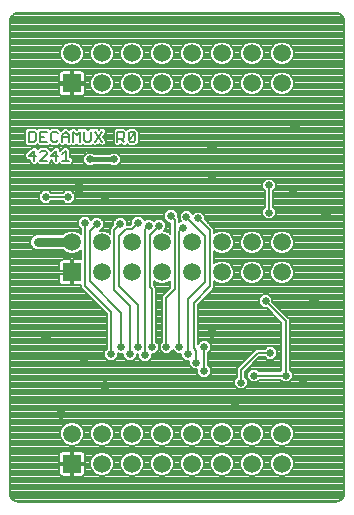
<source format=gtl>
G75*
%MOIN*%
%OFA0B0*%
%FSLAX24Y24*%
%IPPOS*%
%LPD*%
%AMOC8*
5,1,8,0,0,1.08239X$1,22.5*
%
%ADD10C,0.0060*%
%ADD11R,0.0591X0.0591*%
%ADD12C,0.0591*%
%ADD13C,0.0079*%
%ADD14C,0.0337*%
%ADD15C,0.0258*%
%ADD16C,0.0157*%
%ADD17C,0.0315*%
D10*
X001110Y012883D02*
X001110Y013223D01*
X000939Y013053D01*
X001166Y013053D01*
X001308Y013167D02*
X001364Y013223D01*
X001478Y013223D01*
X001535Y013167D01*
X001535Y013110D01*
X001308Y012883D01*
X001535Y012883D01*
X001676Y013053D02*
X001903Y013053D01*
X002044Y013110D02*
X002158Y013223D01*
X002158Y012883D01*
X002271Y012883D02*
X002044Y012883D01*
X001846Y012883D02*
X001846Y013223D01*
X001676Y013053D01*
X001733Y013513D02*
X001846Y013513D01*
X001903Y013570D01*
X002044Y013513D02*
X002044Y013740D01*
X002158Y013853D01*
X002271Y013740D01*
X002271Y013513D01*
X002413Y013513D02*
X002413Y013853D01*
X002526Y013740D01*
X002640Y013853D01*
X002640Y013513D01*
X002781Y013570D02*
X002838Y013513D01*
X002951Y013513D01*
X003008Y013570D01*
X003008Y013853D01*
X003149Y013853D02*
X003376Y013513D01*
X003149Y013513D02*
X003376Y013853D01*
X003886Y013853D02*
X003886Y013513D01*
X003886Y013626D02*
X004056Y013626D01*
X004113Y013683D01*
X004113Y013797D01*
X004056Y013853D01*
X003886Y013853D01*
X003999Y013626D02*
X004113Y013513D01*
X004254Y013570D02*
X004481Y013797D01*
X004481Y013570D01*
X004424Y013513D01*
X004311Y013513D01*
X004254Y013570D01*
X004254Y013797D01*
X004311Y013853D01*
X004424Y013853D01*
X004481Y013797D01*
X002781Y013853D02*
X002781Y013570D01*
X002271Y013683D02*
X002044Y013683D01*
X001903Y013797D02*
X001846Y013853D01*
X001733Y013853D01*
X001676Y013797D01*
X001676Y013570D01*
X001733Y013513D01*
X001535Y013513D02*
X001308Y013513D01*
X001308Y013853D01*
X001535Y013853D01*
X001421Y013683D02*
X001308Y013683D01*
X001166Y013570D02*
X001166Y013797D01*
X001110Y013853D01*
X000939Y013853D01*
X000939Y013513D01*
X001110Y013513D01*
X001166Y013570D01*
D11*
X002370Y015463D03*
X002370Y009164D03*
X002370Y002786D03*
D12*
X002370Y003786D03*
X003370Y003786D03*
X003370Y002786D03*
X004370Y002786D03*
X004370Y003786D03*
X005370Y003786D03*
X005370Y002786D03*
X006370Y002786D03*
X006370Y003786D03*
X007370Y003786D03*
X007370Y002786D03*
X008370Y002786D03*
X008370Y003786D03*
X009370Y003786D03*
X009370Y002786D03*
X009370Y009164D03*
X009370Y010164D03*
X008370Y010164D03*
X008370Y009164D03*
X007370Y009164D03*
X007370Y010164D03*
X006370Y010164D03*
X006370Y009164D03*
X005370Y009164D03*
X005370Y010164D03*
X004370Y010164D03*
X004370Y009164D03*
X003370Y009164D03*
X003370Y010164D03*
X002370Y010164D03*
X003370Y015463D03*
X003370Y016463D03*
X002370Y016463D03*
X004370Y016463D03*
X004370Y015463D03*
X005370Y015463D03*
X005370Y016463D03*
X006370Y016463D03*
X006370Y015463D03*
X007370Y015463D03*
X007370Y016463D03*
X008370Y016463D03*
X008370Y015463D03*
X009370Y015463D03*
X009370Y016463D03*
D13*
X000504Y001531D02*
X000409Y001571D01*
X000336Y001644D01*
X000296Y001739D01*
X000291Y001790D01*
X000291Y017538D01*
X000296Y017590D01*
X000336Y017685D01*
X000409Y017757D01*
X000504Y017797D01*
X000555Y017802D01*
X011185Y017802D01*
X011236Y017797D01*
X011332Y017757D01*
X011404Y017685D01*
X011444Y017590D01*
X011449Y017538D01*
X011449Y001790D01*
X011444Y001739D01*
X011404Y001644D01*
X011332Y001571D01*
X011236Y001531D01*
X011185Y001526D01*
X000555Y001526D01*
X000504Y001531D01*
X000457Y001551D02*
X011284Y001551D01*
X011389Y001628D02*
X000351Y001628D01*
X000310Y001705D02*
X011430Y001705D01*
X011448Y001783D02*
X000292Y001783D01*
X000291Y001860D02*
X011449Y001860D01*
X011449Y001937D02*
X000291Y001937D01*
X000291Y002014D02*
X011449Y002014D01*
X011449Y002092D02*
X000291Y002092D01*
X000291Y002169D02*
X011449Y002169D01*
X011449Y002246D02*
X000291Y002246D01*
X000291Y002323D02*
X011449Y002323D01*
X011449Y002401D02*
X009470Y002401D01*
X009449Y002392D02*
X009292Y002392D01*
X009147Y002452D01*
X009036Y002563D01*
X008975Y002708D01*
X008975Y002865D01*
X009036Y003010D01*
X009147Y003121D01*
X009292Y003181D01*
X009449Y003181D01*
X009594Y003121D01*
X009705Y003010D01*
X009765Y002865D01*
X009765Y002708D01*
X009705Y002563D01*
X009594Y002452D01*
X009449Y002392D01*
X009270Y002401D02*
X008470Y002401D01*
X008449Y002392D02*
X008594Y002452D01*
X008705Y002563D01*
X008765Y002708D01*
X008765Y002865D01*
X008705Y003010D01*
X008594Y003121D01*
X008449Y003181D01*
X008292Y003181D01*
X008147Y003121D01*
X008036Y003010D01*
X007975Y002865D01*
X007975Y002708D01*
X008036Y002563D01*
X008147Y002452D01*
X008292Y002392D01*
X008449Y002392D01*
X008620Y002478D02*
X009120Y002478D01*
X009043Y002555D02*
X008697Y002555D01*
X008733Y002632D02*
X009007Y002632D01*
X008975Y002710D02*
X008765Y002710D01*
X008765Y002787D02*
X008975Y002787D01*
X008975Y002864D02*
X008765Y002864D01*
X008733Y002941D02*
X009007Y002941D01*
X009044Y003018D02*
X008696Y003018D01*
X008619Y003096D02*
X009121Y003096D01*
X009273Y003173D02*
X008468Y003173D01*
X008449Y003392D02*
X008594Y003452D01*
X008705Y003563D01*
X008765Y003708D01*
X008765Y003865D01*
X008705Y004010D01*
X008594Y004121D01*
X008449Y004181D01*
X008292Y004181D01*
X008147Y004121D01*
X008036Y004010D01*
X007975Y003865D01*
X007975Y003708D01*
X008036Y003563D01*
X008147Y003452D01*
X008292Y003392D01*
X008449Y003392D01*
X008480Y003405D02*
X009260Y003405D01*
X009292Y003392D02*
X009449Y003392D01*
X009594Y003452D01*
X009705Y003563D01*
X009765Y003708D01*
X009765Y003865D01*
X009705Y004010D01*
X009594Y004121D01*
X009449Y004181D01*
X009292Y004181D01*
X009147Y004121D01*
X009036Y004010D01*
X008975Y003865D01*
X008975Y003708D01*
X009036Y003563D01*
X009147Y003452D01*
X009292Y003392D01*
X009480Y003405D02*
X011449Y003405D01*
X011449Y003482D02*
X009624Y003482D01*
X009701Y003559D02*
X011449Y003559D01*
X011449Y003636D02*
X009735Y003636D01*
X009765Y003714D02*
X011449Y003714D01*
X011449Y003791D02*
X009765Y003791D01*
X009763Y003868D02*
X011449Y003868D01*
X011449Y003945D02*
X009731Y003945D01*
X009692Y004023D02*
X011449Y004023D01*
X011449Y004100D02*
X009615Y004100D01*
X009458Y004177D02*
X011449Y004177D01*
X011449Y004254D02*
X000291Y004254D01*
X000291Y004177D02*
X002283Y004177D01*
X002292Y004181D02*
X002147Y004121D01*
X002036Y004010D01*
X001975Y003865D01*
X001975Y003708D01*
X002036Y003563D01*
X002147Y003452D01*
X002292Y003392D01*
X002449Y003392D01*
X002594Y003452D01*
X002705Y003563D01*
X002765Y003708D01*
X002765Y003865D01*
X002705Y004010D01*
X002594Y004121D01*
X002449Y004181D01*
X002292Y004181D01*
X002458Y004177D02*
X003283Y004177D01*
X003292Y004181D02*
X003147Y004121D01*
X003036Y004010D01*
X002975Y003865D01*
X002975Y003708D01*
X003036Y003563D01*
X003147Y003452D01*
X003292Y003392D01*
X003449Y003392D01*
X003594Y003452D01*
X003705Y003563D01*
X003765Y003708D01*
X003765Y003865D01*
X003705Y004010D01*
X003594Y004121D01*
X003449Y004181D01*
X003292Y004181D01*
X003458Y004177D02*
X004283Y004177D01*
X004292Y004181D02*
X004147Y004121D01*
X004036Y004010D01*
X003975Y003865D01*
X003975Y003708D01*
X004036Y003563D01*
X004147Y003452D01*
X004292Y003392D01*
X004449Y003392D01*
X004594Y003452D01*
X004705Y003563D01*
X004765Y003708D01*
X004765Y003865D01*
X004705Y004010D01*
X004594Y004121D01*
X004449Y004181D01*
X004292Y004181D01*
X004126Y004100D02*
X003615Y004100D01*
X003692Y004023D02*
X004048Y004023D01*
X004009Y003945D02*
X003731Y003945D01*
X003763Y003868D02*
X003977Y003868D01*
X003975Y003791D02*
X003765Y003791D01*
X003765Y003714D02*
X003975Y003714D01*
X004005Y003636D02*
X003735Y003636D01*
X003701Y003559D02*
X004039Y003559D01*
X004116Y003482D02*
X003624Y003482D01*
X003480Y003405D02*
X004260Y003405D01*
X004480Y003405D02*
X005260Y003405D01*
X005292Y003392D02*
X005449Y003392D01*
X005594Y003452D01*
X005705Y003563D01*
X005765Y003708D01*
X005765Y003865D01*
X005705Y004010D01*
X005594Y004121D01*
X005449Y004181D01*
X005292Y004181D01*
X005147Y004121D01*
X005036Y004010D01*
X004975Y003865D01*
X004975Y003708D01*
X005036Y003563D01*
X005147Y003452D01*
X005292Y003392D01*
X005480Y003405D02*
X006260Y003405D01*
X006292Y003392D02*
X006449Y003392D01*
X006594Y003452D01*
X006705Y003563D01*
X006765Y003708D01*
X006765Y003865D01*
X006705Y004010D01*
X006594Y004121D01*
X006449Y004181D01*
X006292Y004181D01*
X006147Y004121D01*
X006036Y004010D01*
X005975Y003865D01*
X005975Y003708D01*
X006036Y003563D01*
X006147Y003452D01*
X006292Y003392D01*
X006116Y003482D02*
X005624Y003482D01*
X005701Y003559D02*
X006039Y003559D01*
X006005Y003636D02*
X005735Y003636D01*
X005765Y003714D02*
X005975Y003714D01*
X005975Y003791D02*
X005765Y003791D01*
X005763Y003868D02*
X005977Y003868D01*
X006009Y003945D02*
X005731Y003945D01*
X005692Y004023D02*
X006048Y004023D01*
X006126Y004100D02*
X005615Y004100D01*
X005458Y004177D02*
X006283Y004177D01*
X006458Y004177D02*
X007283Y004177D01*
X007292Y004181D02*
X007147Y004121D01*
X007036Y004010D01*
X006975Y003865D01*
X006975Y003708D01*
X007036Y003563D01*
X007147Y003452D01*
X007292Y003392D01*
X007449Y003392D01*
X007594Y003452D01*
X007705Y003563D01*
X007765Y003708D01*
X007765Y003865D01*
X007705Y004010D01*
X007594Y004121D01*
X007449Y004181D01*
X007292Y004181D01*
X007458Y004177D02*
X008283Y004177D01*
X008126Y004100D02*
X007615Y004100D01*
X007692Y004023D02*
X008048Y004023D01*
X008009Y003945D02*
X007731Y003945D01*
X007763Y003868D02*
X007977Y003868D01*
X007975Y003791D02*
X007765Y003791D01*
X007765Y003714D02*
X007975Y003714D01*
X008005Y003636D02*
X007735Y003636D01*
X007701Y003559D02*
X008039Y003559D01*
X008116Y003482D02*
X007624Y003482D01*
X007480Y003405D02*
X008260Y003405D01*
X008273Y003173D02*
X007468Y003173D01*
X007449Y003181D02*
X007292Y003181D01*
X007147Y003121D01*
X007036Y003010D01*
X006975Y002865D01*
X006975Y002708D01*
X007036Y002563D01*
X007147Y002452D01*
X007292Y002392D01*
X007449Y002392D01*
X007594Y002452D01*
X007705Y002563D01*
X007765Y002708D01*
X007765Y002865D01*
X007705Y003010D01*
X007594Y003121D01*
X007449Y003181D01*
X007273Y003173D02*
X006468Y003173D01*
X006449Y003181D02*
X006292Y003181D01*
X006147Y003121D01*
X006036Y003010D01*
X005975Y002865D01*
X005975Y002708D01*
X006036Y002563D01*
X006147Y002452D01*
X006292Y002392D01*
X006449Y002392D01*
X006594Y002452D01*
X006705Y002563D01*
X006765Y002708D01*
X006765Y002865D01*
X006705Y003010D01*
X006594Y003121D01*
X006449Y003181D01*
X006619Y003096D02*
X007121Y003096D01*
X007044Y003018D02*
X006696Y003018D01*
X006733Y002941D02*
X007007Y002941D01*
X006975Y002864D02*
X006765Y002864D01*
X006765Y002787D02*
X006975Y002787D01*
X006975Y002710D02*
X006765Y002710D01*
X006733Y002632D02*
X007007Y002632D01*
X007043Y002555D02*
X006697Y002555D01*
X006620Y002478D02*
X007120Y002478D01*
X007270Y002401D02*
X006470Y002401D01*
X006270Y002401D02*
X005470Y002401D01*
X005449Y002392D02*
X005292Y002392D01*
X005147Y002452D01*
X005036Y002563D01*
X004975Y002708D01*
X004975Y002865D01*
X005036Y003010D01*
X005147Y003121D01*
X005292Y003181D01*
X005449Y003181D01*
X005594Y003121D01*
X005705Y003010D01*
X005765Y002865D01*
X005765Y002708D01*
X005705Y002563D01*
X005594Y002452D01*
X005449Y002392D01*
X005620Y002478D02*
X006120Y002478D01*
X006043Y002555D02*
X005697Y002555D01*
X005733Y002632D02*
X006007Y002632D01*
X005975Y002710D02*
X005765Y002710D01*
X005765Y002787D02*
X005975Y002787D01*
X005975Y002864D02*
X005765Y002864D01*
X005733Y002941D02*
X006007Y002941D01*
X006044Y003018D02*
X005696Y003018D01*
X005619Y003096D02*
X006121Y003096D01*
X006273Y003173D02*
X005468Y003173D01*
X005273Y003173D02*
X004468Y003173D01*
X004449Y003181D02*
X004292Y003181D01*
X004147Y003121D01*
X004036Y003010D01*
X003975Y002865D01*
X003975Y002708D01*
X004036Y002563D01*
X004147Y002452D01*
X004292Y002392D01*
X004449Y002392D01*
X004594Y002452D01*
X004705Y002563D01*
X004765Y002708D01*
X004765Y002865D01*
X004705Y003010D01*
X004594Y003121D01*
X004449Y003181D01*
X004273Y003173D02*
X003468Y003173D01*
X003449Y003181D02*
X003292Y003181D01*
X003147Y003121D01*
X003036Y003010D01*
X002975Y002865D01*
X002975Y002708D01*
X003036Y002563D01*
X003147Y002452D01*
X003292Y002392D01*
X003449Y002392D01*
X003594Y002452D01*
X003705Y002563D01*
X003765Y002708D01*
X003765Y002865D01*
X003705Y003010D01*
X003594Y003121D01*
X003449Y003181D01*
X003619Y003096D02*
X004121Y003096D01*
X004044Y003018D02*
X003696Y003018D01*
X003733Y002941D02*
X004007Y002941D01*
X003975Y002864D02*
X003765Y002864D01*
X003765Y002787D02*
X003975Y002787D01*
X003975Y002710D02*
X003765Y002710D01*
X003733Y002632D02*
X004007Y002632D01*
X004043Y002555D02*
X003697Y002555D01*
X003620Y002478D02*
X004120Y002478D01*
X004270Y002401D02*
X003470Y002401D01*
X003270Y002401D02*
X002770Y002401D01*
X002776Y002406D02*
X002794Y002438D01*
X002803Y002473D01*
X002803Y002747D01*
X002409Y002747D01*
X002409Y002353D01*
X002683Y002353D01*
X002719Y002363D01*
X002750Y002381D01*
X002776Y002406D01*
X002803Y002478D02*
X003120Y002478D01*
X003043Y002555D02*
X002803Y002555D01*
X002803Y002632D02*
X003007Y002632D01*
X002975Y002710D02*
X002803Y002710D01*
X002803Y002826D02*
X002803Y003100D01*
X002794Y003135D01*
X002776Y003166D01*
X002750Y003192D01*
X002719Y003210D01*
X002683Y003219D01*
X002409Y003219D01*
X002409Y002826D01*
X002331Y002826D01*
X002331Y003219D01*
X002057Y003219D01*
X002022Y003210D01*
X001990Y003192D01*
X001965Y003166D01*
X001946Y003135D01*
X001937Y003100D01*
X001937Y002826D01*
X002331Y002826D01*
X002331Y002747D01*
X002409Y002747D01*
X002409Y002826D01*
X002803Y002826D01*
X002803Y002864D02*
X002975Y002864D01*
X002975Y002787D02*
X002409Y002787D01*
X002409Y002864D02*
X002331Y002864D01*
X002331Y002787D02*
X000291Y002787D01*
X000291Y002864D02*
X001937Y002864D01*
X001937Y002941D02*
X000291Y002941D01*
X000291Y003018D02*
X001937Y003018D01*
X001937Y003096D02*
X000291Y003096D01*
X000291Y003173D02*
X001971Y003173D01*
X002116Y003482D02*
X000291Y003482D01*
X000291Y003559D02*
X002039Y003559D01*
X002005Y003636D02*
X000291Y003636D01*
X000291Y003714D02*
X001975Y003714D01*
X001975Y003791D02*
X000291Y003791D01*
X000291Y003868D02*
X001977Y003868D01*
X002009Y003945D02*
X000291Y003945D01*
X000291Y004023D02*
X002048Y004023D01*
X002126Y004100D02*
X000291Y004100D01*
X000291Y004332D02*
X011449Y004332D01*
X011449Y004409D02*
X000291Y004409D01*
X000291Y004486D02*
X011449Y004486D01*
X011449Y004563D02*
X000291Y004563D01*
X000291Y004641D02*
X011449Y004641D01*
X011449Y004718D02*
X000291Y004718D01*
X000291Y004795D02*
X011449Y004795D01*
X011449Y004872D02*
X000291Y004872D01*
X000291Y004949D02*
X011449Y004949D01*
X011449Y005027D02*
X000291Y005027D01*
X000291Y005104D02*
X011449Y005104D01*
X011449Y005181D02*
X000291Y005181D01*
X000291Y005258D02*
X011449Y005258D01*
X011449Y005336D02*
X008164Y005336D01*
X008224Y005396D02*
X008091Y005263D01*
X007901Y005263D01*
X007768Y005396D01*
X007768Y005586D01*
X007857Y005675D01*
X007857Y005973D01*
X007939Y006054D01*
X008498Y006614D01*
X008796Y006614D01*
X008886Y006704D01*
X009075Y006704D01*
X009209Y006570D01*
X009209Y006381D01*
X009075Y006247D01*
X008886Y006247D01*
X008796Y006336D01*
X008613Y006336D01*
X008135Y005858D01*
X008135Y005675D01*
X008224Y005586D01*
X008224Y005396D01*
X008224Y005413D02*
X011449Y005413D01*
X011449Y005490D02*
X008224Y005490D01*
X008224Y005567D02*
X008266Y005567D01*
X008201Y005633D02*
X008335Y005499D01*
X008524Y005499D01*
X008613Y005588D01*
X009308Y005588D01*
X009398Y005499D01*
X009587Y005499D01*
X009721Y005633D01*
X009721Y005822D01*
X009631Y005911D01*
X009631Y007596D01*
X009550Y007677D01*
X009051Y008175D01*
X009051Y008302D01*
X008917Y008436D01*
X008728Y008436D01*
X008594Y008302D01*
X008594Y008113D01*
X008728Y007979D01*
X008855Y007979D01*
X009353Y007481D01*
X009353Y005911D01*
X009308Y005866D01*
X008613Y005866D01*
X008524Y005956D01*
X008335Y005956D01*
X008201Y005822D01*
X008201Y005633D01*
X008201Y005645D02*
X008165Y005645D01*
X008135Y005722D02*
X008201Y005722D01*
X008201Y005799D02*
X008135Y005799D01*
X008153Y005876D02*
X008255Y005876D01*
X008230Y005954D02*
X008333Y005954D01*
X008308Y006031D02*
X009353Y006031D01*
X009353Y006108D02*
X008385Y006108D01*
X008462Y006185D02*
X009353Y006185D01*
X009353Y006263D02*
X009091Y006263D01*
X009168Y006340D02*
X009353Y006340D01*
X009353Y006417D02*
X009209Y006417D01*
X009209Y006494D02*
X009353Y006494D01*
X009353Y006572D02*
X009207Y006572D01*
X009130Y006649D02*
X009353Y006649D01*
X009353Y006726D02*
X007004Y006726D01*
X007004Y006767D02*
X006870Y006900D01*
X006681Y006900D01*
X006560Y006779D01*
X006560Y008086D01*
X007030Y008556D01*
X007111Y008638D01*
X007111Y008865D01*
X007147Y008830D01*
X007292Y008770D01*
X007449Y008770D01*
X007594Y008830D01*
X007705Y008941D01*
X007765Y009086D01*
X007765Y009243D01*
X007705Y009388D01*
X007594Y009499D01*
X007449Y009559D01*
X007292Y009559D01*
X007147Y009499D01*
X007111Y009463D01*
X007111Y009865D01*
X007147Y009830D01*
X007292Y009770D01*
X007449Y009770D01*
X007594Y009830D01*
X007705Y009941D01*
X007765Y010086D01*
X007765Y010243D01*
X007705Y010388D01*
X007594Y010499D01*
X007449Y010559D01*
X007292Y010559D01*
X007147Y010499D01*
X007111Y010463D01*
X007111Y010627D01*
X006807Y010931D01*
X006807Y011058D01*
X006673Y011192D01*
X006484Y011192D01*
X006402Y011109D01*
X006280Y011231D01*
X006090Y011231D01*
X005957Y011097D01*
X005957Y010908D01*
X005988Y010877D01*
X005972Y010877D01*
X005930Y010835D01*
X005930Y010981D01*
X005902Y011010D01*
X005902Y011137D01*
X005768Y011271D01*
X005579Y011271D01*
X005445Y011137D01*
X005445Y010947D01*
X005579Y010814D01*
X005653Y010814D01*
X005653Y010440D01*
X005594Y010499D01*
X005449Y010559D01*
X005434Y010559D01*
X005508Y010633D01*
X005508Y010822D01*
X005374Y010956D01*
X005185Y010956D01*
X005102Y010873D01*
X005020Y010956D01*
X004831Y010956D01*
X004787Y010912D01*
X004665Y011034D01*
X004476Y011034D01*
X004342Y010901D01*
X004342Y010774D01*
X004317Y010748D01*
X004209Y010748D01*
X004209Y010861D01*
X004075Y010995D01*
X003886Y010995D01*
X003752Y010861D01*
X003752Y010734D01*
X003645Y010627D01*
X003645Y010448D01*
X003594Y010499D01*
X003449Y010559D01*
X003308Y010559D01*
X003421Y010672D01*
X003421Y010861D01*
X003288Y010995D01*
X003098Y010995D01*
X003016Y010912D01*
X002894Y011034D01*
X002705Y011034D01*
X002571Y010901D01*
X002571Y010711D01*
X002660Y010622D01*
X002660Y010432D01*
X002594Y010499D01*
X002449Y010559D01*
X002292Y010559D01*
X002147Y010499D01*
X002081Y010433D01*
X001173Y010433D01*
X001079Y010394D01*
X001007Y010321D01*
X000968Y010227D01*
X000968Y010125D01*
X001007Y010030D01*
X001079Y009958D01*
X001173Y009919D01*
X002057Y009919D01*
X002147Y009830D01*
X002292Y009770D01*
X002449Y009770D01*
X002594Y009830D01*
X002660Y009896D01*
X002660Y009597D01*
X002409Y009597D01*
X002409Y009204D01*
X002331Y009204D01*
X002331Y009597D01*
X002057Y009597D01*
X002022Y009588D01*
X001990Y009570D01*
X001965Y009544D01*
X001946Y009513D01*
X001937Y009478D01*
X001937Y009204D01*
X002331Y009204D01*
X002331Y009125D01*
X002409Y009125D01*
X002409Y008731D01*
X002660Y008731D01*
X002660Y008654D01*
X002742Y008573D01*
X003527Y007788D01*
X003527Y006620D01*
X003437Y006530D01*
X003437Y006341D01*
X003571Y006207D01*
X003760Y006207D01*
X003894Y006341D01*
X003894Y006475D01*
X003925Y006444D01*
X004067Y006444D01*
X004067Y006341D01*
X004201Y006207D01*
X004390Y006207D01*
X004524Y006341D01*
X004524Y006444D01*
X004579Y006444D01*
X004579Y006302D01*
X004712Y006168D01*
X004902Y006168D01*
X005036Y006302D01*
X005036Y006444D01*
X005138Y006444D01*
X005272Y006577D01*
X005272Y006767D01*
X005182Y006856D01*
X005182Y008659D01*
X005103Y008737D01*
X005103Y008873D01*
X005147Y008830D01*
X005292Y008770D01*
X005449Y008770D01*
X005594Y008830D01*
X005653Y008889D01*
X005653Y008659D01*
X005377Y008383D01*
X005377Y006856D01*
X005287Y006767D01*
X005287Y006577D01*
X005421Y006444D01*
X005610Y006444D01*
X005732Y006566D01*
X005854Y006444D01*
X005996Y006444D01*
X005996Y006341D01*
X006130Y006207D01*
X006272Y006207D01*
X006272Y006066D01*
X006405Y005932D01*
X006547Y005932D01*
X006547Y005790D01*
X006681Y005656D01*
X006870Y005656D01*
X007004Y005790D01*
X007004Y005979D01*
X006914Y006069D01*
X006914Y006488D01*
X007004Y006577D01*
X007004Y006767D01*
X006967Y006803D02*
X009353Y006803D01*
X009353Y006881D02*
X006890Y006881D01*
X006776Y006672D02*
X006776Y005885D01*
X006615Y005722D02*
X000291Y005722D01*
X000291Y005799D02*
X006547Y005799D01*
X006547Y005876D02*
X000291Y005876D01*
X000291Y005954D02*
X006384Y005954D01*
X006306Y006031D02*
X000291Y006031D01*
X000291Y006108D02*
X006272Y006108D01*
X006272Y006185D02*
X004919Y006185D01*
X004996Y006263D02*
X006075Y006263D01*
X005997Y006340D02*
X005036Y006340D01*
X005036Y006417D02*
X005996Y006417D01*
X005949Y006672D02*
X005949Y010530D01*
X006067Y010648D01*
X005968Y010897D02*
X005930Y010897D01*
X005930Y010974D02*
X005957Y010974D01*
X005957Y011051D02*
X005902Y011051D01*
X005902Y011129D02*
X005988Y011129D01*
X006065Y011206D02*
X005832Y011206D01*
X005673Y011042D02*
X005791Y010924D01*
X005791Y008601D01*
X005516Y008326D01*
X005516Y006672D01*
X005661Y006494D02*
X005804Y006494D01*
X006224Y006436D02*
X006224Y008262D01*
X006815Y008853D01*
X006815Y010373D01*
X006185Y011003D01*
X006305Y011206D02*
X008713Y011206D01*
X008713Y011255D02*
X008713Y011066D01*
X008846Y010932D01*
X009036Y010932D01*
X009169Y011066D01*
X009169Y011255D01*
X009080Y011345D01*
X009080Y011881D01*
X009169Y011971D01*
X009169Y012160D01*
X009036Y012294D01*
X008846Y012294D01*
X008713Y012160D01*
X008713Y011971D01*
X008802Y011881D01*
X008802Y011345D01*
X008713Y011255D01*
X008741Y011283D02*
X000291Y011283D01*
X000291Y011206D02*
X005514Y011206D01*
X005445Y011129D02*
X000291Y011129D01*
X000291Y011051D02*
X005445Y011051D01*
X005445Y010974D02*
X004726Y010974D01*
X004571Y010806D02*
X004374Y010609D01*
X004171Y010609D01*
X003941Y010379D01*
X003941Y008698D01*
X004571Y008069D01*
X004571Y006672D01*
X004579Y006417D02*
X004524Y006417D01*
X004522Y006340D02*
X004579Y006340D01*
X004618Y006263D02*
X004445Y006263D01*
X004295Y006436D02*
X004295Y008050D01*
X003783Y008562D01*
X003783Y010570D01*
X003980Y010767D01*
X003752Y010743D02*
X003421Y010743D01*
X003421Y010820D02*
X003752Y010820D01*
X003788Y010897D02*
X003385Y010897D01*
X003308Y010974D02*
X003865Y010974D01*
X003683Y010665D02*
X003415Y010665D01*
X003337Y010588D02*
X003645Y010588D01*
X003645Y010511D02*
X003564Y010511D01*
X003193Y010767D02*
X002957Y010530D01*
X002957Y008878D01*
X004020Y007815D01*
X004020Y006672D01*
X004067Y006417D02*
X003894Y006417D01*
X003892Y006340D02*
X004068Y006340D01*
X004145Y006263D02*
X003815Y006263D01*
X003665Y006436D02*
X003665Y007845D01*
X002799Y008711D01*
X002799Y010806D01*
X002645Y010974D02*
X000291Y010974D01*
X000291Y010897D02*
X002571Y010897D01*
X002571Y010820D02*
X000291Y010820D01*
X000291Y010743D02*
X002571Y010743D01*
X002617Y010665D02*
X000291Y010665D01*
X000291Y010588D02*
X002660Y010588D01*
X002660Y010511D02*
X002564Y010511D01*
X002659Y010434D02*
X002660Y010434D01*
X002657Y009893D02*
X002660Y009893D01*
X002660Y009816D02*
X002560Y009816D01*
X002660Y009738D02*
X000291Y009738D01*
X000291Y009661D02*
X002660Y009661D01*
X002409Y009584D02*
X002331Y009584D01*
X002331Y009507D02*
X002409Y009507D01*
X002409Y009429D02*
X002331Y009429D01*
X002331Y009352D02*
X002409Y009352D01*
X002409Y009275D02*
X002331Y009275D01*
X002331Y009198D02*
X000291Y009198D01*
X000291Y009275D02*
X001937Y009275D01*
X001937Y009352D02*
X000291Y009352D01*
X000291Y009429D02*
X001937Y009429D01*
X001945Y009507D02*
X000291Y009507D01*
X000291Y009584D02*
X002015Y009584D01*
X002180Y009816D02*
X000291Y009816D01*
X000291Y009893D02*
X002083Y009893D01*
X002081Y010434D02*
X000291Y010434D01*
X000291Y010511D02*
X002176Y010511D01*
X002153Y011444D02*
X002064Y011533D01*
X001684Y011533D01*
X001595Y011444D01*
X001405Y011444D01*
X001272Y011577D01*
X001272Y011767D01*
X001405Y011900D01*
X001595Y011900D01*
X001684Y011811D01*
X002064Y011811D01*
X002153Y011900D01*
X002343Y011900D01*
X002476Y011767D01*
X002476Y011577D01*
X002343Y011444D01*
X002153Y011444D01*
X002082Y011515D02*
X001666Y011515D01*
X001500Y011672D02*
X002248Y011672D01*
X002414Y011515D02*
X008802Y011515D01*
X008802Y011592D02*
X002476Y011592D01*
X002476Y011669D02*
X008802Y011669D01*
X008802Y011747D02*
X002476Y011747D01*
X002419Y011824D02*
X008802Y011824D01*
X008782Y011901D02*
X000291Y011901D01*
X000291Y011824D02*
X001329Y011824D01*
X001272Y011747D02*
X000291Y011747D01*
X000291Y011669D02*
X001272Y011669D01*
X001272Y011592D02*
X000291Y011592D01*
X000291Y011515D02*
X001334Y011515D01*
X001671Y011824D02*
X002077Y011824D01*
X001991Y012754D02*
X002325Y012754D01*
X002401Y012830D01*
X002401Y012937D01*
X002325Y013013D01*
X002287Y013013D01*
X002287Y013277D01*
X002211Y013353D01*
X002104Y013353D01*
X002028Y013277D01*
X001976Y013224D01*
X001976Y013277D01*
X001900Y013353D01*
X001793Y013353D01*
X001662Y013222D01*
X001607Y013277D01*
X001531Y013353D01*
X001311Y013353D01*
X001237Y013279D01*
X001163Y013353D01*
X001056Y013353D01*
X000886Y013183D01*
X000810Y013107D01*
X000810Y013000D01*
X000886Y012924D01*
X000980Y012924D01*
X000980Y012830D01*
X001056Y012754D01*
X001163Y012754D01*
X001209Y012799D01*
X001254Y012754D01*
X001588Y012754D01*
X001664Y012830D01*
X001664Y012924D01*
X001717Y012924D01*
X001717Y012830D01*
X001793Y012754D01*
X001900Y012754D01*
X001945Y012799D01*
X001991Y012754D01*
X001718Y012828D02*
X001662Y012828D01*
X001664Y012905D02*
X001717Y012905D01*
X001731Y013291D02*
X001593Y013291D01*
X001607Y013277D02*
X001607Y013277D01*
X001588Y013384D02*
X001634Y013429D01*
X001679Y013384D01*
X001900Y013384D01*
X001945Y013429D01*
X001991Y013384D01*
X002098Y013384D01*
X002158Y013444D01*
X002218Y013384D01*
X002325Y013384D01*
X002342Y013401D01*
X002359Y013384D01*
X002466Y013384D01*
X002526Y013444D01*
X002586Y013384D01*
X002693Y013384D01*
X002739Y013429D01*
X002784Y013384D01*
X003005Y013384D01*
X003047Y013426D01*
X003122Y013376D01*
X003227Y013397D01*
X003263Y013450D01*
X003298Y013397D01*
X003403Y013376D01*
X003493Y013435D01*
X003514Y013540D01*
X003418Y013683D01*
X003514Y013826D01*
X003493Y013931D01*
X003403Y013991D01*
X003298Y013970D01*
X003263Y013916D01*
X003227Y013970D01*
X003122Y013991D01*
X003081Y013963D01*
X003061Y013983D01*
X002954Y013983D01*
X002894Y013923D01*
X002835Y013983D01*
X002727Y013983D01*
X002710Y013966D01*
X002693Y013983D01*
X002586Y013983D01*
X002526Y013923D01*
X002466Y013983D01*
X002359Y013983D01*
X002285Y013909D01*
X002211Y013983D01*
X002104Y013983D01*
X002028Y013907D01*
X002002Y013880D01*
X001976Y013907D01*
X001900Y013983D01*
X001679Y013983D01*
X001634Y013937D01*
X001588Y013983D01*
X001254Y013983D01*
X001209Y013937D01*
X001163Y013983D01*
X000886Y013983D01*
X000810Y013907D01*
X000810Y013459D01*
X000886Y013384D01*
X001163Y013384D01*
X001209Y013429D01*
X001254Y013384D01*
X001588Y013384D01*
X001250Y013291D02*
X001225Y013291D01*
X000995Y013291D02*
X000291Y013291D01*
X000291Y013214D02*
X000917Y013214D01*
X000840Y013137D02*
X000291Y013137D01*
X000291Y013060D02*
X000810Y013060D01*
X000827Y012983D02*
X000291Y012983D01*
X000291Y012905D02*
X000980Y012905D01*
X000982Y012828D02*
X000291Y012828D01*
X000291Y012751D02*
X002815Y012751D01*
X002862Y012703D02*
X003051Y012703D01*
X003102Y012754D01*
X003639Y012754D01*
X003689Y012703D01*
X003878Y012703D01*
X004012Y012837D01*
X004012Y013026D01*
X003878Y013160D01*
X003689Y013160D01*
X003639Y013110D01*
X003102Y013110D01*
X003051Y013160D01*
X002862Y013160D01*
X002728Y013026D01*
X002728Y012837D01*
X002862Y012703D01*
X002738Y012828D02*
X002399Y012828D01*
X002401Y012905D02*
X002728Y012905D01*
X002728Y012983D02*
X002355Y012983D01*
X002287Y013060D02*
X002762Y013060D01*
X002839Y013137D02*
X002287Y013137D01*
X002287Y013214D02*
X011449Y013214D01*
X011449Y013137D02*
X003901Y013137D01*
X003979Y013060D02*
X011449Y013060D01*
X011449Y012983D02*
X004012Y012983D01*
X004012Y012905D02*
X011449Y012905D01*
X011449Y012828D02*
X004003Y012828D01*
X003925Y012751D02*
X011449Y012751D01*
X011449Y012674D02*
X000291Y012674D01*
X000291Y012596D02*
X011449Y012596D01*
X011449Y012519D02*
X000291Y012519D01*
X000291Y012442D02*
X011449Y012442D01*
X011449Y012365D02*
X000291Y012365D01*
X000291Y012287D02*
X008840Y012287D01*
X008762Y012210D02*
X000291Y012210D01*
X000291Y012133D02*
X008713Y012133D01*
X008713Y012056D02*
X000291Y012056D01*
X000291Y011978D02*
X008713Y011978D01*
X008941Y012066D02*
X008941Y011160D01*
X009078Y010974D02*
X011449Y010974D01*
X011449Y010897D02*
X006841Y010897D01*
X006807Y010974D02*
X008804Y010974D01*
X008727Y011051D02*
X006807Y011051D01*
X006736Y011129D02*
X008713Y011129D01*
X008802Y011360D02*
X000291Y011360D01*
X000291Y011438D02*
X008802Y011438D01*
X009080Y011438D02*
X011449Y011438D01*
X011449Y011515D02*
X009080Y011515D01*
X009080Y011592D02*
X011449Y011592D01*
X011449Y011669D02*
X009080Y011669D01*
X009080Y011747D02*
X011449Y011747D01*
X011449Y011824D02*
X009080Y011824D01*
X009099Y011901D02*
X011449Y011901D01*
X011449Y011978D02*
X009169Y011978D01*
X009169Y012056D02*
X011449Y012056D01*
X011449Y012133D02*
X009169Y012133D01*
X009120Y012210D02*
X011449Y012210D01*
X011449Y012287D02*
X009042Y012287D01*
X009080Y011360D02*
X011449Y011360D01*
X011449Y011283D02*
X009141Y011283D01*
X009169Y011206D02*
X011449Y011206D01*
X011449Y011129D02*
X009169Y011129D01*
X009155Y011051D02*
X011449Y011051D01*
X011449Y010820D02*
X006919Y010820D01*
X006996Y010743D02*
X011449Y010743D01*
X011449Y010665D02*
X007073Y010665D01*
X007111Y010588D02*
X011449Y010588D01*
X011449Y010511D02*
X009564Y010511D01*
X009594Y010499D02*
X009449Y010559D01*
X009292Y010559D01*
X009147Y010499D01*
X009036Y010388D01*
X008975Y010243D01*
X008975Y010086D01*
X009036Y009941D01*
X009147Y009830D01*
X009292Y009770D01*
X009449Y009770D01*
X009594Y009830D01*
X009705Y009941D01*
X009765Y010086D01*
X009765Y010243D01*
X009705Y010388D01*
X009594Y010499D01*
X009659Y010434D02*
X011449Y010434D01*
X011449Y010356D02*
X009718Y010356D01*
X009750Y010279D02*
X011449Y010279D01*
X011449Y010202D02*
X009765Y010202D01*
X009765Y010125D02*
X011449Y010125D01*
X011449Y010047D02*
X009749Y010047D01*
X009717Y009970D02*
X011449Y009970D01*
X011449Y009893D02*
X009657Y009893D01*
X009560Y009816D02*
X011449Y009816D01*
X011449Y009738D02*
X007111Y009738D01*
X007111Y009661D02*
X011449Y009661D01*
X011449Y009584D02*
X007111Y009584D01*
X007111Y009507D02*
X007166Y009507D01*
X007180Y009816D02*
X007111Y009816D01*
X007111Y010511D02*
X007176Y010511D01*
X006972Y010570D02*
X006579Y010963D01*
X006421Y011129D02*
X006382Y011129D01*
X006972Y010570D02*
X006972Y008695D01*
X006421Y008144D01*
X006421Y006633D01*
X006500Y006554D01*
X006500Y006160D01*
X006914Y006185D02*
X008070Y006185D01*
X008147Y006263D02*
X006914Y006263D01*
X006914Y006340D02*
X008224Y006340D01*
X008301Y006417D02*
X006914Y006417D01*
X006921Y006494D02*
X008379Y006494D01*
X008456Y006572D02*
X006998Y006572D01*
X007004Y006649D02*
X008831Y006649D01*
X008980Y006475D02*
X008556Y006475D01*
X007996Y005916D01*
X007996Y005491D01*
X007857Y005722D02*
X006936Y005722D01*
X007004Y005799D02*
X007857Y005799D01*
X007857Y005876D02*
X007004Y005876D01*
X007004Y005954D02*
X007857Y005954D01*
X007915Y006031D02*
X006952Y006031D01*
X006914Y006108D02*
X007992Y006108D01*
X007827Y005645D02*
X000291Y005645D01*
X000291Y005567D02*
X007768Y005567D01*
X007768Y005490D02*
X000291Y005490D01*
X000291Y005413D02*
X007768Y005413D01*
X007828Y005336D02*
X000291Y005336D01*
X000291Y006185D02*
X004695Y006185D01*
X004807Y006396D02*
X004807Y010609D01*
X004925Y010727D01*
X005078Y010897D02*
X005126Y010897D01*
X005280Y010727D02*
X005248Y010696D01*
X005248Y010688D01*
X004965Y010404D01*
X004965Y008680D01*
X005043Y008601D01*
X005043Y006672D01*
X005189Y006494D02*
X005370Y006494D01*
X005293Y006572D02*
X005266Y006572D01*
X005272Y006649D02*
X005287Y006649D01*
X005287Y006726D02*
X005272Y006726D01*
X005235Y006803D02*
X005324Y006803D01*
X005377Y006881D02*
X005182Y006881D01*
X005182Y006958D02*
X005377Y006958D01*
X005377Y007035D02*
X005182Y007035D01*
X005182Y007112D02*
X005377Y007112D01*
X005377Y007189D02*
X005182Y007189D01*
X005182Y007267D02*
X005377Y007267D01*
X005377Y007344D02*
X005182Y007344D01*
X005182Y007421D02*
X005377Y007421D01*
X005377Y007498D02*
X005182Y007498D01*
X005182Y007576D02*
X005377Y007576D01*
X005377Y007653D02*
X005182Y007653D01*
X005182Y007730D02*
X005377Y007730D01*
X005377Y007807D02*
X005182Y007807D01*
X005182Y007885D02*
X005377Y007885D01*
X005377Y007962D02*
X005182Y007962D01*
X005182Y008039D02*
X005377Y008039D01*
X005377Y008116D02*
X005182Y008116D01*
X005182Y008194D02*
X005377Y008194D01*
X005377Y008271D02*
X005182Y008271D01*
X005182Y008348D02*
X005377Y008348D01*
X005419Y008425D02*
X005182Y008425D01*
X005182Y008503D02*
X005497Y008503D01*
X005574Y008580D02*
X005182Y008580D01*
X005182Y008657D02*
X005651Y008657D01*
X005653Y008734D02*
X005106Y008734D01*
X005103Y008812D02*
X005190Y008812D01*
X005550Y008812D02*
X005653Y008812D01*
X006560Y008039D02*
X008668Y008039D01*
X008594Y008116D02*
X006590Y008116D01*
X006667Y008194D02*
X008594Y008194D01*
X008594Y008271D02*
X006744Y008271D01*
X006822Y008348D02*
X008640Y008348D01*
X008718Y008425D02*
X006899Y008425D01*
X006976Y008503D02*
X011449Y008503D01*
X011449Y008580D02*
X007053Y008580D01*
X007111Y008657D02*
X011449Y008657D01*
X011449Y008734D02*
X007111Y008734D01*
X007111Y008812D02*
X007190Y008812D01*
X007550Y008812D02*
X008190Y008812D01*
X008147Y008830D02*
X008292Y008770D01*
X008449Y008770D01*
X008594Y008830D01*
X008705Y008941D01*
X008765Y009086D01*
X008765Y009243D01*
X008705Y009388D01*
X008594Y009499D01*
X008449Y009559D01*
X008292Y009559D01*
X008147Y009499D01*
X008036Y009388D01*
X007975Y009243D01*
X007975Y009086D01*
X008036Y008941D01*
X008147Y008830D01*
X008087Y008889D02*
X007653Y008889D01*
X007715Y008966D02*
X008025Y008966D01*
X007993Y009043D02*
X007747Y009043D01*
X007765Y009120D02*
X007975Y009120D01*
X007975Y009198D02*
X007765Y009198D01*
X007751Y009275D02*
X007989Y009275D01*
X008021Y009352D02*
X007719Y009352D01*
X007663Y009429D02*
X008077Y009429D01*
X008166Y009507D02*
X007574Y009507D01*
X007560Y009816D02*
X008180Y009816D01*
X008147Y009830D02*
X008292Y009770D01*
X008449Y009770D01*
X008594Y009830D01*
X008705Y009941D01*
X008765Y010086D01*
X008765Y010243D01*
X008705Y010388D01*
X008594Y010499D01*
X008449Y010559D01*
X008292Y010559D01*
X008147Y010499D01*
X008036Y010388D01*
X007975Y010243D01*
X007975Y010086D01*
X008036Y009941D01*
X008147Y009830D01*
X008083Y009893D02*
X007657Y009893D01*
X007717Y009970D02*
X008023Y009970D01*
X007991Y010047D02*
X007749Y010047D01*
X007765Y010125D02*
X007975Y010125D01*
X007975Y010202D02*
X007765Y010202D01*
X007750Y010279D02*
X007991Y010279D01*
X008023Y010356D02*
X007718Y010356D01*
X007659Y010434D02*
X008081Y010434D01*
X008176Y010511D02*
X007564Y010511D01*
X008550Y008812D02*
X009190Y008812D01*
X009147Y008830D02*
X009292Y008770D01*
X009449Y008770D01*
X009594Y008830D01*
X009705Y008941D01*
X009765Y009086D01*
X009765Y009243D01*
X009705Y009388D01*
X009594Y009499D01*
X009449Y009559D01*
X009292Y009559D01*
X009147Y009499D01*
X009036Y009388D01*
X008975Y009243D01*
X008975Y009086D01*
X009036Y008941D01*
X009147Y008830D01*
X009087Y008889D02*
X008653Y008889D01*
X008715Y008966D02*
X009025Y008966D01*
X008993Y009043D02*
X008747Y009043D01*
X008765Y009120D02*
X008975Y009120D01*
X008975Y009198D02*
X008765Y009198D01*
X008751Y009275D02*
X008989Y009275D01*
X009021Y009352D02*
X008719Y009352D01*
X008663Y009429D02*
X009077Y009429D01*
X009166Y009507D02*
X008574Y009507D01*
X008560Y009816D02*
X009180Y009816D01*
X009083Y009893D02*
X008657Y009893D01*
X008717Y009970D02*
X009023Y009970D01*
X008991Y010047D02*
X008749Y010047D01*
X008765Y010125D02*
X008975Y010125D01*
X008975Y010202D02*
X008765Y010202D01*
X008750Y010279D02*
X008991Y010279D01*
X009023Y010356D02*
X008718Y010356D01*
X008659Y010434D02*
X009081Y010434D01*
X009176Y010511D02*
X008564Y010511D01*
X009574Y009507D02*
X011449Y009507D01*
X011449Y009429D02*
X009663Y009429D01*
X009719Y009352D02*
X011449Y009352D01*
X011449Y009275D02*
X009751Y009275D01*
X009765Y009198D02*
X011449Y009198D01*
X011449Y009120D02*
X009765Y009120D01*
X009747Y009043D02*
X011449Y009043D01*
X011449Y008966D02*
X009715Y008966D01*
X009653Y008889D02*
X011449Y008889D01*
X011449Y008812D02*
X009550Y008812D01*
X009051Y008271D02*
X011449Y008271D01*
X011449Y008348D02*
X009005Y008348D01*
X008928Y008425D02*
X011449Y008425D01*
X011449Y008194D02*
X009051Y008194D01*
X009110Y008116D02*
X011449Y008116D01*
X011449Y008039D02*
X009187Y008039D01*
X009265Y007962D02*
X011449Y007962D01*
X011449Y007885D02*
X009342Y007885D01*
X009419Y007807D02*
X011449Y007807D01*
X011449Y007730D02*
X009496Y007730D01*
X009574Y007653D02*
X011449Y007653D01*
X011449Y007576D02*
X009631Y007576D01*
X009631Y007498D02*
X011449Y007498D01*
X011449Y007421D02*
X009631Y007421D01*
X009631Y007344D02*
X011449Y007344D01*
X011449Y007267D02*
X009631Y007267D01*
X009631Y007189D02*
X011449Y007189D01*
X011449Y007112D02*
X009631Y007112D01*
X009631Y007035D02*
X011449Y007035D01*
X011449Y006958D02*
X009631Y006958D01*
X009631Y006881D02*
X011449Y006881D01*
X011449Y006803D02*
X009631Y006803D01*
X009631Y006726D02*
X011449Y006726D01*
X011449Y006649D02*
X009631Y006649D01*
X009631Y006572D02*
X011449Y006572D01*
X011449Y006494D02*
X009631Y006494D01*
X009631Y006417D02*
X011449Y006417D01*
X011449Y006340D02*
X009631Y006340D01*
X009631Y006263D02*
X011449Y006263D01*
X011449Y006185D02*
X009631Y006185D01*
X009631Y006108D02*
X011449Y006108D01*
X011449Y006031D02*
X009631Y006031D01*
X009631Y005954D02*
X011449Y005954D01*
X011449Y005876D02*
X009666Y005876D01*
X009721Y005799D02*
X011449Y005799D01*
X011449Y005722D02*
X009721Y005722D01*
X009721Y005645D02*
X011449Y005645D01*
X011449Y005567D02*
X009655Y005567D01*
X009492Y005727D02*
X009492Y007538D01*
X008823Y008207D01*
X008872Y007962D02*
X006560Y007962D01*
X006560Y007885D02*
X008949Y007885D01*
X009027Y007807D02*
X006560Y007807D01*
X006560Y007730D02*
X009104Y007730D01*
X009181Y007653D02*
X006560Y007653D01*
X006560Y007576D02*
X009258Y007576D01*
X009336Y007498D02*
X006560Y007498D01*
X006560Y007421D02*
X009353Y007421D01*
X009353Y007344D02*
X006560Y007344D01*
X006560Y007267D02*
X009353Y007267D01*
X009353Y007189D02*
X006560Y007189D01*
X006560Y007112D02*
X009353Y007112D01*
X009353Y007035D02*
X006560Y007035D01*
X006560Y006958D02*
X009353Y006958D01*
X008870Y006263D02*
X008539Y006263D01*
X008526Y005954D02*
X009353Y005954D01*
X009318Y005876D02*
X008603Y005876D01*
X008429Y005727D02*
X009492Y005727D01*
X009329Y005567D02*
X008592Y005567D01*
X008458Y004177D02*
X009283Y004177D01*
X009126Y004100D02*
X008615Y004100D01*
X008692Y004023D02*
X009048Y004023D01*
X009009Y003945D02*
X008731Y003945D01*
X008763Y003868D02*
X008977Y003868D01*
X008975Y003791D02*
X008765Y003791D01*
X008765Y003714D02*
X008975Y003714D01*
X009005Y003636D02*
X008735Y003636D01*
X008701Y003559D02*
X009039Y003559D01*
X009116Y003482D02*
X008624Y003482D01*
X008121Y003096D02*
X007619Y003096D01*
X007696Y003018D02*
X008044Y003018D01*
X008007Y002941D02*
X007733Y002941D01*
X007765Y002864D02*
X007975Y002864D01*
X007975Y002787D02*
X007765Y002787D01*
X007765Y002710D02*
X007975Y002710D01*
X008007Y002632D02*
X007733Y002632D01*
X007697Y002555D02*
X008043Y002555D01*
X008120Y002478D02*
X007620Y002478D01*
X007470Y002401D02*
X008270Y002401D01*
X007260Y003405D02*
X006480Y003405D01*
X006624Y003482D02*
X007116Y003482D01*
X007039Y003559D02*
X006701Y003559D01*
X006735Y003636D02*
X007005Y003636D01*
X006975Y003714D02*
X006765Y003714D01*
X006765Y003791D02*
X006975Y003791D01*
X006977Y003868D02*
X006763Y003868D01*
X006731Y003945D02*
X007009Y003945D01*
X007048Y004023D02*
X006692Y004023D01*
X006615Y004100D02*
X007126Y004100D01*
X006584Y006803D02*
X006560Y006803D01*
X006560Y006881D02*
X006661Y006881D01*
X005283Y004177D02*
X004458Y004177D01*
X004615Y004100D02*
X005126Y004100D01*
X005048Y004023D02*
X004692Y004023D01*
X004731Y003945D02*
X005009Y003945D01*
X004977Y003868D02*
X004763Y003868D01*
X004765Y003791D02*
X004975Y003791D01*
X004975Y003714D02*
X004765Y003714D01*
X004735Y003636D02*
X005005Y003636D01*
X005039Y003559D02*
X004701Y003559D01*
X004624Y003482D02*
X005116Y003482D01*
X005121Y003096D02*
X004619Y003096D01*
X004696Y003018D02*
X005044Y003018D01*
X005007Y002941D02*
X004733Y002941D01*
X004765Y002864D02*
X004975Y002864D01*
X004975Y002787D02*
X004765Y002787D01*
X004765Y002710D02*
X004975Y002710D01*
X005007Y002632D02*
X004733Y002632D01*
X004697Y002555D02*
X005043Y002555D01*
X005120Y002478D02*
X004620Y002478D01*
X004470Y002401D02*
X005270Y002401D01*
X003273Y003173D02*
X002769Y003173D01*
X002803Y003096D02*
X003121Y003096D01*
X003044Y003018D02*
X002803Y003018D01*
X002803Y002941D02*
X003007Y002941D01*
X003260Y003405D02*
X002480Y003405D01*
X002624Y003482D02*
X003116Y003482D01*
X003039Y003559D02*
X002701Y003559D01*
X002735Y003636D02*
X003005Y003636D01*
X002975Y003714D02*
X002765Y003714D01*
X002765Y003791D02*
X002975Y003791D01*
X002977Y003868D02*
X002763Y003868D01*
X002731Y003945D02*
X003009Y003945D01*
X003048Y004023D02*
X002692Y004023D01*
X002615Y004100D02*
X003126Y004100D01*
X002409Y003173D02*
X002331Y003173D01*
X002331Y003096D02*
X002409Y003096D01*
X002409Y003018D02*
X002331Y003018D01*
X002331Y002941D02*
X002409Y002941D01*
X002331Y002747D02*
X001937Y002747D01*
X001937Y002473D01*
X001946Y002438D01*
X001965Y002406D01*
X001990Y002381D01*
X002022Y002363D01*
X002057Y002353D01*
X002331Y002353D01*
X002331Y002747D01*
X002331Y002710D02*
X002409Y002710D01*
X002409Y002632D02*
X002331Y002632D01*
X002331Y002555D02*
X002409Y002555D01*
X002409Y002478D02*
X002331Y002478D01*
X002331Y002401D02*
X002409Y002401D01*
X001970Y002401D02*
X000291Y002401D01*
X000291Y002478D02*
X001937Y002478D01*
X001937Y002555D02*
X000291Y002555D01*
X000291Y002632D02*
X001937Y002632D01*
X001937Y002710D02*
X000291Y002710D01*
X000291Y003250D02*
X011449Y003250D01*
X011449Y003173D02*
X009468Y003173D01*
X009619Y003096D02*
X011449Y003096D01*
X011449Y003018D02*
X009696Y003018D01*
X009733Y002941D02*
X011449Y002941D01*
X011449Y002864D02*
X009765Y002864D01*
X009765Y002787D02*
X011449Y002787D01*
X011449Y002710D02*
X009765Y002710D01*
X009733Y002632D02*
X011449Y002632D01*
X011449Y002555D02*
X009697Y002555D01*
X009620Y002478D02*
X011449Y002478D01*
X011449Y003327D02*
X000291Y003327D01*
X000291Y003405D02*
X002260Y003405D01*
X003516Y006263D02*
X000291Y006263D01*
X000291Y006340D02*
X003438Y006340D01*
X003437Y006417D02*
X000291Y006417D01*
X000291Y006494D02*
X003437Y006494D01*
X003478Y006572D02*
X000291Y006572D01*
X000291Y006649D02*
X003527Y006649D01*
X003527Y006726D02*
X000291Y006726D01*
X000291Y006803D02*
X003527Y006803D01*
X003527Y006881D02*
X000291Y006881D01*
X000291Y006958D02*
X003527Y006958D01*
X003527Y007035D02*
X000291Y007035D01*
X000291Y007112D02*
X003527Y007112D01*
X003527Y007189D02*
X000291Y007189D01*
X000291Y007267D02*
X003527Y007267D01*
X003527Y007344D02*
X000291Y007344D01*
X000291Y007421D02*
X003527Y007421D01*
X003527Y007498D02*
X000291Y007498D01*
X000291Y007576D02*
X003527Y007576D01*
X003527Y007653D02*
X000291Y007653D01*
X000291Y007730D02*
X003527Y007730D01*
X003507Y007807D02*
X000291Y007807D01*
X000291Y007885D02*
X003430Y007885D01*
X003353Y007962D02*
X000291Y007962D01*
X000291Y008039D02*
X003275Y008039D01*
X003198Y008116D02*
X000291Y008116D01*
X000291Y008194D02*
X003121Y008194D01*
X003044Y008271D02*
X000291Y008271D01*
X000291Y008348D02*
X002966Y008348D01*
X002889Y008425D02*
X000291Y008425D01*
X000291Y008503D02*
X002812Y008503D01*
X002742Y008573D02*
X002742Y008573D01*
X002735Y008580D02*
X000291Y008580D01*
X000291Y008657D02*
X002660Y008657D01*
X002409Y008734D02*
X002331Y008734D01*
X002331Y008731D02*
X002331Y009125D01*
X001937Y009125D01*
X001937Y008851D01*
X001946Y008816D01*
X001965Y008784D01*
X001990Y008759D01*
X002022Y008740D01*
X002057Y008731D01*
X002331Y008731D01*
X002331Y008812D02*
X002409Y008812D01*
X002409Y008889D02*
X002331Y008889D01*
X002331Y008966D02*
X002409Y008966D01*
X002409Y009043D02*
X002331Y009043D01*
X002331Y009120D02*
X002409Y009120D01*
X002045Y008734D02*
X000291Y008734D01*
X000291Y008812D02*
X001949Y008812D01*
X001937Y008889D02*
X000291Y008889D01*
X000291Y008966D02*
X001937Y008966D01*
X001937Y009043D02*
X000291Y009043D01*
X000291Y009120D02*
X001937Y009120D01*
X001067Y009970D02*
X000291Y009970D01*
X000291Y010047D02*
X001000Y010047D01*
X000968Y010125D02*
X000291Y010125D01*
X000291Y010202D02*
X000968Y010202D01*
X000989Y010279D02*
X000291Y010279D01*
X000291Y010356D02*
X001042Y010356D01*
X001961Y013291D02*
X002043Y013291D01*
X002273Y013291D02*
X011449Y013291D01*
X011449Y013369D02*
X000291Y013369D01*
X000291Y013446D02*
X000824Y013446D01*
X000810Y013523D02*
X000291Y013523D01*
X000291Y013600D02*
X000810Y013600D01*
X000810Y013678D02*
X000291Y013678D01*
X000291Y013755D02*
X000810Y013755D01*
X000810Y013832D02*
X000291Y013832D01*
X000291Y013909D02*
X000813Y013909D01*
X000291Y013987D02*
X003116Y013987D01*
X003143Y013987D02*
X003383Y013987D01*
X003409Y013987D02*
X011449Y013987D01*
X011449Y014064D02*
X000291Y014064D01*
X000291Y014141D02*
X011449Y014141D01*
X011449Y014218D02*
X000291Y014218D01*
X000291Y014296D02*
X011449Y014296D01*
X011449Y014373D02*
X000291Y014373D01*
X000291Y014450D02*
X011449Y014450D01*
X011449Y014527D02*
X000291Y014527D01*
X000291Y014605D02*
X011449Y014605D01*
X011449Y014682D02*
X000291Y014682D01*
X000291Y014759D02*
X011449Y014759D01*
X011449Y014836D02*
X000291Y014836D01*
X000291Y014914D02*
X011449Y014914D01*
X011449Y014991D02*
X000291Y014991D01*
X000291Y015068D02*
X001980Y015068D01*
X001990Y015058D02*
X002022Y015040D01*
X002057Y015030D01*
X002331Y015030D01*
X002331Y015424D01*
X002409Y015424D01*
X002409Y015030D01*
X002683Y015030D01*
X002719Y015040D01*
X002750Y015058D01*
X002776Y015083D01*
X002794Y015115D01*
X002803Y015150D01*
X002803Y015424D01*
X002409Y015424D01*
X002409Y015503D01*
X002331Y015503D01*
X002331Y015896D01*
X002057Y015896D01*
X002022Y015887D01*
X001990Y015869D01*
X001965Y015843D01*
X001946Y015812D01*
X001937Y015777D01*
X001937Y015503D01*
X002331Y015503D01*
X002331Y015424D01*
X001937Y015424D01*
X001937Y015150D01*
X001946Y015115D01*
X001965Y015083D01*
X001990Y015058D01*
X001938Y015145D02*
X000291Y015145D01*
X000291Y015222D02*
X001937Y015222D01*
X001937Y015300D02*
X000291Y015300D01*
X000291Y015377D02*
X001937Y015377D01*
X001937Y015531D02*
X000291Y015531D01*
X000291Y015454D02*
X002331Y015454D01*
X002331Y015377D02*
X002409Y015377D01*
X002409Y015454D02*
X002975Y015454D01*
X002975Y015385D02*
X003036Y015240D01*
X003147Y015129D01*
X003292Y015069D01*
X003449Y015069D01*
X003594Y015129D01*
X003705Y015240D01*
X003765Y015385D01*
X003765Y015542D01*
X003705Y015687D01*
X003594Y015798D01*
X003449Y015858D01*
X003292Y015858D01*
X003147Y015798D01*
X003036Y015687D01*
X002975Y015542D01*
X002975Y015385D01*
X002979Y015377D02*
X002803Y015377D01*
X002803Y015300D02*
X003011Y015300D01*
X003053Y015222D02*
X002803Y015222D01*
X002802Y015145D02*
X003130Y015145D01*
X002975Y015531D02*
X002803Y015531D01*
X002803Y015503D02*
X002803Y015777D01*
X002794Y015812D01*
X002776Y015843D01*
X002750Y015869D01*
X002719Y015887D01*
X002683Y015896D01*
X002409Y015896D01*
X002409Y015503D01*
X002803Y015503D01*
X002803Y015609D02*
X003003Y015609D01*
X003035Y015686D02*
X002803Y015686D01*
X002803Y015763D02*
X003112Y015763D01*
X003249Y015840D02*
X002777Y015840D01*
X002594Y016129D02*
X002705Y016240D01*
X002765Y016385D01*
X002765Y016542D01*
X002705Y016687D01*
X002594Y016798D01*
X002449Y016858D01*
X002292Y016858D01*
X002147Y016798D01*
X002036Y016687D01*
X001975Y016542D01*
X001975Y016385D01*
X002036Y016240D01*
X002147Y016129D01*
X002292Y016069D01*
X002449Y016069D01*
X002594Y016129D01*
X002614Y016149D02*
X003126Y016149D01*
X003147Y016129D02*
X003292Y016069D01*
X003449Y016069D01*
X003594Y016129D01*
X003705Y016240D01*
X003765Y016385D01*
X003765Y016542D01*
X003705Y016687D01*
X003594Y016798D01*
X003449Y016858D01*
X003292Y016858D01*
X003147Y016798D01*
X003036Y016687D01*
X002975Y016542D01*
X002975Y016385D01*
X003036Y016240D01*
X003147Y016129D01*
X003049Y016227D02*
X002691Y016227D01*
X002731Y016304D02*
X003009Y016304D01*
X002977Y016381D02*
X002763Y016381D01*
X002765Y016458D02*
X002975Y016458D01*
X002975Y016536D02*
X002765Y016536D01*
X002735Y016613D02*
X003005Y016613D01*
X003039Y016690D02*
X002702Y016690D01*
X002624Y016767D02*
X003116Y016767D01*
X003259Y016845D02*
X002481Y016845D01*
X002259Y016845D02*
X000291Y016845D01*
X000291Y016922D02*
X011449Y016922D01*
X011449Y016999D02*
X000291Y016999D01*
X000291Y017076D02*
X011449Y017076D01*
X011449Y017153D02*
X000291Y017153D01*
X000291Y017231D02*
X011449Y017231D01*
X011449Y017308D02*
X000291Y017308D01*
X000291Y017385D02*
X011449Y017385D01*
X011449Y017462D02*
X000291Y017462D01*
X000291Y017540D02*
X011449Y017540D01*
X011432Y017617D02*
X000308Y017617D01*
X000345Y017694D02*
X011395Y017694D01*
X011298Y017771D02*
X000442Y017771D01*
X000291Y016767D02*
X002116Y016767D01*
X002039Y016690D02*
X000291Y016690D01*
X000291Y016613D02*
X002005Y016613D01*
X001975Y016536D02*
X000291Y016536D01*
X000291Y016458D02*
X001975Y016458D01*
X001977Y016381D02*
X000291Y016381D01*
X000291Y016304D02*
X002009Y016304D01*
X002049Y016227D02*
X000291Y016227D01*
X000291Y016149D02*
X002126Y016149D01*
X002283Y016072D02*
X000291Y016072D01*
X000291Y015995D02*
X011449Y015995D01*
X011449Y016072D02*
X009457Y016072D01*
X009449Y016069D02*
X009594Y016129D01*
X009705Y016240D01*
X009765Y016385D01*
X009765Y016542D01*
X009705Y016687D01*
X009594Y016798D01*
X009449Y016858D01*
X009292Y016858D01*
X009147Y016798D01*
X009036Y016687D01*
X008975Y016542D01*
X008975Y016385D01*
X009036Y016240D01*
X009147Y016129D01*
X009292Y016069D01*
X009449Y016069D01*
X009283Y016072D02*
X008457Y016072D01*
X008449Y016069D02*
X008594Y016129D01*
X008705Y016240D01*
X008765Y016385D01*
X008765Y016542D01*
X008705Y016687D01*
X008594Y016798D01*
X008449Y016858D01*
X008292Y016858D01*
X008147Y016798D01*
X008036Y016687D01*
X007975Y016542D01*
X007975Y016385D01*
X008036Y016240D01*
X008147Y016129D01*
X008292Y016069D01*
X008449Y016069D01*
X008614Y016149D02*
X009126Y016149D01*
X009049Y016227D02*
X008691Y016227D01*
X008731Y016304D02*
X009009Y016304D01*
X008977Y016381D02*
X008763Y016381D01*
X008765Y016458D02*
X008975Y016458D01*
X008975Y016536D02*
X008765Y016536D01*
X008735Y016613D02*
X009005Y016613D01*
X009039Y016690D02*
X008702Y016690D01*
X008624Y016767D02*
X009116Y016767D01*
X009259Y016845D02*
X008481Y016845D01*
X008259Y016845D02*
X007481Y016845D01*
X007449Y016858D02*
X007292Y016858D01*
X007147Y016798D01*
X007036Y016687D01*
X006975Y016542D01*
X006975Y016385D01*
X007036Y016240D01*
X007147Y016129D01*
X007292Y016069D01*
X007449Y016069D01*
X007594Y016129D01*
X007705Y016240D01*
X007765Y016385D01*
X007765Y016542D01*
X007705Y016687D01*
X007594Y016798D01*
X007449Y016858D01*
X007259Y016845D02*
X006481Y016845D01*
X006449Y016858D02*
X006292Y016858D01*
X006147Y016798D01*
X006036Y016687D01*
X005975Y016542D01*
X005975Y016385D01*
X006036Y016240D01*
X006147Y016129D01*
X006292Y016069D01*
X006449Y016069D01*
X006594Y016129D01*
X006705Y016240D01*
X006765Y016385D01*
X006765Y016542D01*
X006705Y016687D01*
X006594Y016798D01*
X006449Y016858D01*
X006624Y016767D02*
X007116Y016767D01*
X007039Y016690D02*
X006702Y016690D01*
X006735Y016613D02*
X007005Y016613D01*
X006975Y016536D02*
X006765Y016536D01*
X006765Y016458D02*
X006975Y016458D01*
X006977Y016381D02*
X006763Y016381D01*
X006731Y016304D02*
X007009Y016304D01*
X007049Y016227D02*
X006691Y016227D01*
X006614Y016149D02*
X007126Y016149D01*
X007249Y015840D02*
X006491Y015840D01*
X006449Y015858D02*
X006292Y015858D01*
X006147Y015798D01*
X006036Y015687D01*
X005975Y015542D01*
X005975Y015385D01*
X006036Y015240D01*
X006147Y015129D01*
X006292Y015069D01*
X006449Y015069D01*
X006594Y015129D01*
X006705Y015240D01*
X006765Y015385D01*
X006765Y015542D01*
X006705Y015687D01*
X006594Y015798D01*
X006449Y015858D01*
X006628Y015763D02*
X007112Y015763D01*
X007147Y015798D02*
X007036Y015687D01*
X006975Y015542D01*
X006975Y015385D01*
X007036Y015240D01*
X007147Y015129D01*
X007292Y015069D01*
X007449Y015069D01*
X007594Y015129D01*
X007705Y015240D01*
X007765Y015385D01*
X007765Y015542D01*
X007705Y015687D01*
X007594Y015798D01*
X007449Y015858D01*
X007292Y015858D01*
X007147Y015798D01*
X007035Y015686D02*
X006705Y015686D01*
X006737Y015609D02*
X007003Y015609D01*
X006975Y015531D02*
X006765Y015531D01*
X006765Y015454D02*
X006975Y015454D01*
X006979Y015377D02*
X006761Y015377D01*
X006729Y015300D02*
X007011Y015300D01*
X007053Y015222D02*
X006687Y015222D01*
X006610Y015145D02*
X007130Y015145D01*
X007610Y015145D02*
X008130Y015145D01*
X008147Y015129D02*
X008292Y015069D01*
X008449Y015069D01*
X008594Y015129D01*
X008705Y015240D01*
X008765Y015385D01*
X008765Y015542D01*
X008705Y015687D01*
X008594Y015798D01*
X008449Y015858D01*
X008292Y015858D01*
X008147Y015798D01*
X008036Y015687D01*
X007975Y015542D01*
X007975Y015385D01*
X008036Y015240D01*
X008147Y015129D01*
X008053Y015222D02*
X007687Y015222D01*
X007729Y015300D02*
X008011Y015300D01*
X007979Y015377D02*
X007761Y015377D01*
X007765Y015454D02*
X007975Y015454D01*
X007975Y015531D02*
X007765Y015531D01*
X007737Y015609D02*
X008003Y015609D01*
X008035Y015686D02*
X007705Y015686D01*
X007628Y015763D02*
X008112Y015763D01*
X008249Y015840D02*
X007491Y015840D01*
X007457Y016072D02*
X008283Y016072D01*
X008126Y016149D02*
X007614Y016149D01*
X007691Y016227D02*
X008049Y016227D01*
X008009Y016304D02*
X007731Y016304D01*
X007763Y016381D02*
X007977Y016381D01*
X007975Y016458D02*
X007765Y016458D01*
X007765Y016536D02*
X007975Y016536D01*
X008005Y016613D02*
X007735Y016613D01*
X007702Y016690D02*
X008039Y016690D01*
X008116Y016767D02*
X007624Y016767D01*
X007283Y016072D02*
X006457Y016072D01*
X006283Y016072D02*
X005457Y016072D01*
X005449Y016069D02*
X005594Y016129D01*
X005705Y016240D01*
X005765Y016385D01*
X005765Y016542D01*
X005705Y016687D01*
X005594Y016798D01*
X005449Y016858D01*
X005292Y016858D01*
X005147Y016798D01*
X005036Y016687D01*
X004975Y016542D01*
X004975Y016385D01*
X005036Y016240D01*
X005147Y016129D01*
X005292Y016069D01*
X005449Y016069D01*
X005283Y016072D02*
X004457Y016072D01*
X004449Y016069D02*
X004594Y016129D01*
X004705Y016240D01*
X004765Y016385D01*
X004765Y016542D01*
X004705Y016687D01*
X004594Y016798D01*
X004449Y016858D01*
X004292Y016858D01*
X004147Y016798D01*
X004036Y016687D01*
X003975Y016542D01*
X003975Y016385D01*
X004036Y016240D01*
X004147Y016129D01*
X004292Y016069D01*
X004449Y016069D01*
X004283Y016072D02*
X003457Y016072D01*
X003283Y016072D02*
X002457Y016072D01*
X002409Y015840D02*
X002331Y015840D01*
X002331Y015763D02*
X002409Y015763D01*
X002409Y015686D02*
X002331Y015686D01*
X002331Y015609D02*
X002409Y015609D01*
X002409Y015531D02*
X002331Y015531D01*
X002331Y015300D02*
X002409Y015300D01*
X002409Y015222D02*
X002331Y015222D01*
X002331Y015145D02*
X002409Y015145D01*
X002409Y015068D02*
X002331Y015068D01*
X001937Y015609D02*
X000291Y015609D01*
X000291Y015686D02*
X001937Y015686D01*
X001937Y015763D02*
X000291Y015763D01*
X000291Y015840D02*
X001963Y015840D01*
X002760Y015068D02*
X011449Y015068D01*
X011449Y015145D02*
X009610Y015145D01*
X009594Y015129D02*
X009705Y015240D01*
X009765Y015385D01*
X009765Y015542D01*
X009705Y015687D01*
X009594Y015798D01*
X009449Y015858D01*
X009292Y015858D01*
X009147Y015798D01*
X009036Y015687D01*
X008975Y015542D01*
X008975Y015385D01*
X009036Y015240D01*
X009147Y015129D01*
X009292Y015069D01*
X009449Y015069D01*
X009594Y015129D01*
X009687Y015222D02*
X011449Y015222D01*
X011449Y015300D02*
X009729Y015300D01*
X009761Y015377D02*
X011449Y015377D01*
X011449Y015454D02*
X009765Y015454D01*
X009765Y015531D02*
X011449Y015531D01*
X011449Y015609D02*
X009737Y015609D01*
X009705Y015686D02*
X011449Y015686D01*
X011449Y015763D02*
X009628Y015763D01*
X009491Y015840D02*
X011449Y015840D01*
X011449Y015918D02*
X000291Y015918D01*
X001973Y013909D02*
X002031Y013909D01*
X002285Y013909D02*
X002286Y013909D01*
X003075Y013137D02*
X003666Y013137D01*
X003832Y013384D02*
X003940Y013384D01*
X003999Y013444D01*
X004059Y013384D01*
X004166Y013384D01*
X004212Y013429D01*
X004257Y013384D01*
X004478Y013384D01*
X004554Y013459D01*
X004611Y013516D01*
X004611Y013850D01*
X004535Y013926D01*
X004478Y013983D01*
X004257Y013983D01*
X004184Y013909D01*
X004183Y013909D01*
X004184Y013909D02*
X004166Y013926D01*
X004110Y013983D01*
X003832Y013983D01*
X003757Y013907D01*
X003757Y013573D01*
X003757Y013459D01*
X003832Y013384D01*
X003770Y013446D02*
X003495Y013446D01*
X003510Y013523D02*
X003757Y013523D01*
X003757Y013600D02*
X003473Y013600D01*
X003422Y013678D02*
X003757Y013678D01*
X003757Y013755D02*
X003466Y013755D01*
X003512Y013832D02*
X003757Y013832D01*
X003759Y013909D02*
X003497Y013909D01*
X003265Y013446D02*
X003260Y013446D01*
X003099Y012751D02*
X003642Y012751D01*
X004540Y013446D02*
X011449Y013446D01*
X011449Y013523D02*
X004611Y013523D01*
X004611Y013600D02*
X011449Y013600D01*
X011449Y013678D02*
X004611Y013678D01*
X004611Y013755D02*
X011449Y013755D01*
X011449Y013832D02*
X004611Y013832D01*
X004551Y013909D02*
X011449Y013909D01*
X011449Y016149D02*
X009614Y016149D01*
X009691Y016227D02*
X011449Y016227D01*
X011449Y016304D02*
X009731Y016304D01*
X009763Y016381D02*
X011449Y016381D01*
X011449Y016458D02*
X009765Y016458D01*
X009765Y016536D02*
X011449Y016536D01*
X011449Y016613D02*
X009735Y016613D01*
X009702Y016690D02*
X011449Y016690D01*
X011449Y016767D02*
X009624Y016767D01*
X009481Y016845D02*
X011449Y016845D01*
X009249Y015840D02*
X008491Y015840D01*
X008628Y015763D02*
X009112Y015763D01*
X009035Y015686D02*
X008705Y015686D01*
X008737Y015609D02*
X009003Y015609D01*
X008975Y015531D02*
X008765Y015531D01*
X008765Y015454D02*
X008975Y015454D01*
X008979Y015377D02*
X008761Y015377D01*
X008729Y015300D02*
X009011Y015300D01*
X009053Y015222D02*
X008687Y015222D01*
X008610Y015145D02*
X009130Y015145D01*
X006249Y015840D02*
X005491Y015840D01*
X005449Y015858D02*
X005292Y015858D01*
X005147Y015798D01*
X005036Y015687D01*
X004975Y015542D01*
X004975Y015385D01*
X005036Y015240D01*
X005147Y015129D01*
X005292Y015069D01*
X005449Y015069D01*
X005594Y015129D01*
X005705Y015240D01*
X005765Y015385D01*
X005765Y015542D01*
X005705Y015687D01*
X005594Y015798D01*
X005449Y015858D01*
X005614Y016149D02*
X006126Y016149D01*
X006049Y016227D02*
X005691Y016227D01*
X005731Y016304D02*
X006009Y016304D01*
X005977Y016381D02*
X005763Y016381D01*
X005765Y016458D02*
X005975Y016458D01*
X005975Y016536D02*
X005765Y016536D01*
X005735Y016613D02*
X006005Y016613D01*
X006039Y016690D02*
X005702Y016690D01*
X005624Y016767D02*
X006116Y016767D01*
X006259Y016845D02*
X005481Y016845D01*
X005259Y016845D02*
X004481Y016845D01*
X004624Y016767D02*
X005116Y016767D01*
X005039Y016690D02*
X004702Y016690D01*
X004735Y016613D02*
X005005Y016613D01*
X004975Y016536D02*
X004765Y016536D01*
X004765Y016458D02*
X004975Y016458D01*
X004977Y016381D02*
X004763Y016381D01*
X004731Y016304D02*
X005009Y016304D01*
X005049Y016227D02*
X004691Y016227D01*
X004614Y016149D02*
X005126Y016149D01*
X005249Y015840D02*
X004491Y015840D01*
X004449Y015858D02*
X004292Y015858D01*
X004147Y015798D01*
X004036Y015687D01*
X003975Y015542D01*
X003975Y015385D01*
X004036Y015240D01*
X004147Y015129D01*
X004292Y015069D01*
X004449Y015069D01*
X004594Y015129D01*
X004705Y015240D01*
X004765Y015385D01*
X004765Y015542D01*
X004705Y015687D01*
X004594Y015798D01*
X004449Y015858D01*
X004249Y015840D02*
X003491Y015840D01*
X003628Y015763D02*
X004112Y015763D01*
X004035Y015686D02*
X003705Y015686D01*
X003737Y015609D02*
X004003Y015609D01*
X003975Y015531D02*
X003765Y015531D01*
X003765Y015454D02*
X003975Y015454D01*
X003979Y015377D02*
X003761Y015377D01*
X003729Y015300D02*
X004011Y015300D01*
X004053Y015222D02*
X003687Y015222D01*
X003610Y015145D02*
X004130Y015145D01*
X004610Y015145D02*
X005130Y015145D01*
X005053Y015222D02*
X004687Y015222D01*
X004729Y015300D02*
X005011Y015300D01*
X004979Y015377D02*
X004761Y015377D01*
X004765Y015454D02*
X004975Y015454D01*
X004975Y015531D02*
X004765Y015531D01*
X004737Y015609D02*
X005003Y015609D01*
X005035Y015686D02*
X004705Y015686D01*
X004628Y015763D02*
X005112Y015763D01*
X005610Y015145D02*
X006130Y015145D01*
X006053Y015222D02*
X005687Y015222D01*
X005729Y015300D02*
X006011Y015300D01*
X005979Y015377D02*
X005761Y015377D01*
X005765Y015454D02*
X005975Y015454D01*
X005975Y015531D02*
X005765Y015531D01*
X005737Y015609D02*
X006003Y015609D01*
X006035Y015686D02*
X005705Y015686D01*
X005628Y015763D02*
X006112Y015763D01*
X004259Y016845D02*
X003481Y016845D01*
X003624Y016767D02*
X004116Y016767D01*
X004039Y016690D02*
X003702Y016690D01*
X003735Y016613D02*
X004005Y016613D01*
X003975Y016536D02*
X003765Y016536D01*
X003765Y016458D02*
X003975Y016458D01*
X003977Y016381D02*
X003763Y016381D01*
X003731Y016304D02*
X004009Y016304D01*
X004049Y016227D02*
X003691Y016227D01*
X003614Y016149D02*
X004126Y016149D01*
X004096Y010974D02*
X004416Y010974D01*
X004342Y010897D02*
X004173Y010897D01*
X004209Y010820D02*
X004342Y010820D01*
X005433Y010897D02*
X005495Y010897D01*
X005508Y010820D02*
X005573Y010820D01*
X005508Y010743D02*
X005653Y010743D01*
X005653Y010665D02*
X005508Y010665D01*
X005463Y010588D02*
X005653Y010588D01*
X005653Y010511D02*
X005564Y010511D01*
X003078Y010974D02*
X002954Y010974D01*
D14*
X003469Y011672D03*
X002602Y011987D03*
X001500Y007026D03*
X002760Y006318D03*
X003469Y005373D03*
X002012Y004428D03*
X007031Y007144D03*
X007799Y004704D03*
X010083Y005570D03*
X010437Y008207D03*
X010831Y011121D03*
X009728Y011908D03*
X009807Y013995D03*
X007051Y013326D03*
X007051Y012381D03*
D15*
X006579Y010963D03*
X006185Y011003D03*
X006067Y010648D03*
X005673Y011042D03*
X005280Y010727D03*
X004925Y010727D03*
X004571Y010806D03*
X003980Y010767D03*
X003193Y010767D03*
X002799Y010806D03*
X002248Y011672D03*
X002957Y012932D03*
X003783Y012932D03*
X001500Y011672D03*
X001224Y010176D03*
X003665Y006436D03*
X004020Y006672D03*
X004295Y006436D03*
X004571Y006672D03*
X004807Y006396D03*
X005043Y006672D03*
X005516Y006672D03*
X005949Y006672D03*
X006224Y006436D03*
X006500Y006160D03*
X006776Y005885D03*
X006776Y006672D03*
X007996Y005491D03*
X008429Y005727D03*
X008980Y006475D03*
X009492Y005727D03*
X008823Y008207D03*
X008941Y011160D03*
X008941Y012066D03*
D16*
X003783Y012932D02*
X002957Y012932D01*
D17*
X002370Y010176D02*
X001224Y010176D01*
X002370Y010164D02*
X002370Y010176D01*
M02*

</source>
